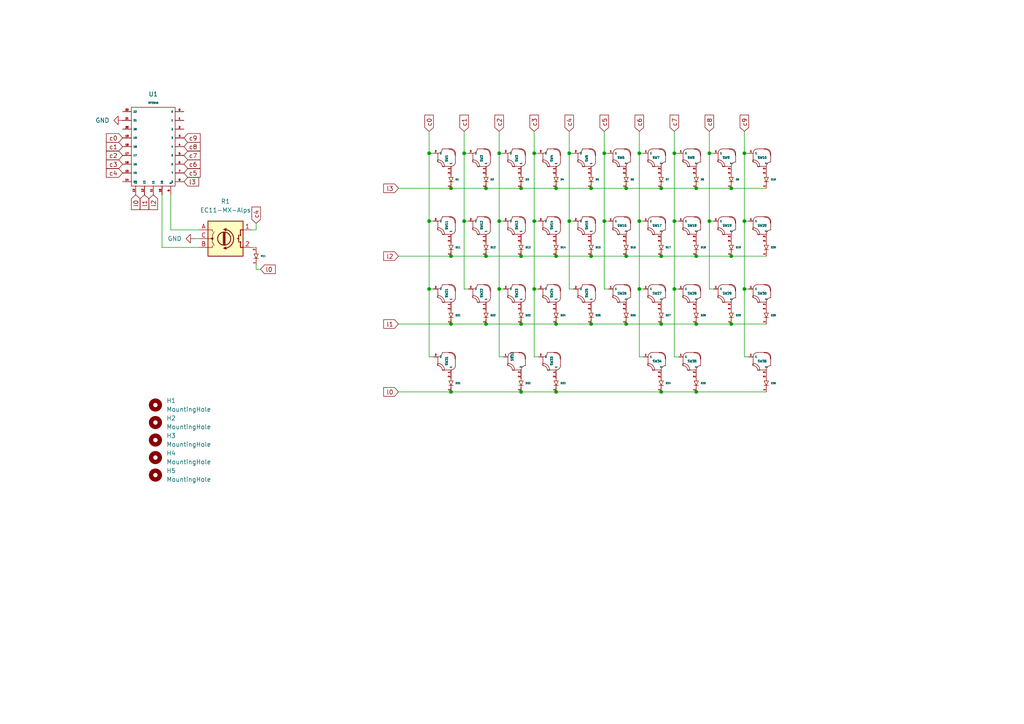
<source format=kicad_sch>
(kicad_sch (version 20211123) (generator eeschema)
  (paper "A4")
  (lib_symbols
    (symbol "Mechanical:MountingHole" (pin_names (offset 1.016))
      (property "Reference" "H" (at 0 5.08 0))
      (property "Value" "MountingHole" (at 0 3.175 0))
      (symbol "MountingHole_0_1"
        (circle (center 0 0) (radius 1.27) (stroke (width 1.27)))
      )
    )
    (symbol "keyb:Diode"
      (property "Reference" "D" (at -0.635 -1.27 0))
      (symbol "Diode_0_1"
        (polyline (pts (xy -1.27 0) (xy -0.635 0)))
        (polyline (pts (xy 0.635 0) (xy 1.27 0)))
        (polyline (pts (xy -0.635 0.635) (xy -0.635 -0.635) (xy -0.635 0)))
        (polyline (pts (xy -0.635 0) (xy 0.635 0.635) (xy 0.635 -0.635) (xy -0.635 0)) (fill (type background)))
      )
      (symbol "Diode_1_1"
        (pin bidirectional line (at -2.54 0 0) (length 1.27) (name "") (number "1"))
        (pin bidirectional line (at 2.54 0 180) (length 1.27) (name "") (number "2"))
      )
    )
    (symbol "keyb:EC11-MX-Alps" (pin_names (offset 0.254) hide)
      (property "Reference" "SW" (at 0 6.604 0))
      (property "Value" "EC11-MX-Alps" (at 0 -6.604 0))
      (symbol "EC11-MX-Alps_0_1"
        (rectangle (start -5.08 5.08) (end 5.08 -5.08) (stroke (width 0.254)) (fill (type background)))
        (circle (center -3.81 0) (radius 0.254) (fill (type outline)))
        (arc (start -0.381 -2.794) (mid 2.3622 -0.0508) (end -0.381 2.667) (stroke (width 0.254)))
        (circle (center -0.381 0) (radius 1.905) (stroke (width 0.254)))
        (polyline (pts (xy -0.635 -1.778) (xy -0.635 1.778)) (stroke (width 0.254)))
        (polyline (pts (xy -0.381 -1.778) (xy -0.381 1.778)) (stroke (width 0.254)))
        (polyline (pts (xy -0.127 1.778) (xy -0.127 -1.778)) (stroke (width 0.254)))
        (polyline (pts (xy 3.81 0) (xy 3.429 0)) (stroke (width 0.254)))
        (polyline (pts (xy 3.81 1.016) (xy 3.81 -1.016)) (stroke (width 0.254)))
        (polyline (pts (xy -5.08 -2.54) (xy -3.81 -2.54) (xy -3.81 -2.032)))
        (polyline (pts (xy -5.08 2.54) (xy -3.81 2.54) (xy -3.81 2.032)))
        (polyline (pts (xy 0.254 -3.048) (xy -0.508 -2.794) (xy 0.127 -2.413)) (stroke (width 0.254)))
        (polyline (pts (xy 0.254 2.921) (xy -0.508 2.667) (xy 0.127 2.286)) (stroke (width 0.254)))
        (polyline (pts (xy 5.08 -2.54) (xy 4.318 -2.54) (xy 4.318 -1.016)) (stroke (width 0.254)))
        (polyline (pts (xy 5.08 2.54) (xy 4.318 2.54) (xy 4.318 1.016)) (stroke (width 0.254)))
        (polyline (pts (xy -5.08 0) (xy -3.81 0) (xy -3.81 -1.016) (xy -3.302 -2.032)))
        (polyline (pts (xy -4.318 0) (xy -3.81 0) (xy -3.81 1.016) (xy -3.302 2.032)))
        (circle (center 4.318 -1.016) (radius 0.127) (stroke (width 0.254)))
        (circle (center 4.318 1.016) (radius 0.127) (stroke (width 0.254)))
      )
      (symbol "EC11-MX-Alps_1_1"
        (pin passive line (at 7.62 2.54 180) (length 2.54) (name "1") (number "1"))
        (pin passive line (at 7.62 -2.54 180) (length 2.54) (name "2") (number "2"))
        (pin passive line (at -7.62 2.54 0) (length 2.54) (name "A") (number "A"))
        (pin passive line (at -7.62 -2.54 0) (length 2.54) (name "B") (number "B"))
        (pin passive line (at -7.62 0 0) (length 2.54) (name "C") (number "C"))
      )
    )
    (symbol "keyb:RP2040"
      (property "Reference" "U" (at 0 1.27 0))
      (property "Value" "RP2040" (at 0 -2.54 0))
      (symbol "RP2040_0_1"
        (rectangle (start -6.35 11.43) (end 6.35 -11.43))
      )
      (symbol "RP2040_1_1"
        (pin bidirectional line (at 8.89 10.16 180) (length 2.54) (name "0") (number "0"))
        (pin bidirectional line (at 8.89 7.62 180) (length 2.54) (name "1") (number "1"))
        (pin bidirectional line (at 2.54 -13.97 90) (length 2.54) (name "10") (number "10"))
        (pin bidirectional line (at 0 -13.97 90) (length 2.54) (name "11") (number "11"))
        (pin bidirectional line (at -2.54 -13.97 90) (length 2.54) (name "12") (number "12"))
        (pin bidirectional line (at -5.08 -13.97 90) (length 2.54) (name "13") (number "13"))
        (pin bidirectional line (at -8.89 -10.16 0) (length 2.54) (name "14") (number "14"))
        (pin bidirectional line (at -8.89 -7.62 0) (length 2.54) (name "15") (number "15"))
        (pin bidirectional line (at -8.89 -5.08 0) (length 2.54) (name "16") (number "16"))
        (pin bidirectional line (at -8.89 -2.54 0) (length 2.54) (name "17") (number "17"))
        (pin bidirectional line (at -8.89 0 0) (length 2.54) (name "18") (number "18"))
        (pin bidirectional line (at -8.89 2.54 0) (length 2.54) (name "19") (number "19"))
        (pin bidirectional line (at 8.89 5.08 180) (length 2.54) (name "2") (number "2"))
        (pin bidirectional line (at -8.89 5.08 0) (length 2.54) (name "20") (number "20"))
        (pin bidirectional line (at -8.89 7.62 0) (length 2.54) (name "21") (number "21"))
        (pin bidirectional line (at -8.89 10.16 0) (length 2.54) (name "22") (number "22"))
        (pin bidirectional line (at 8.89 2.54 180) (length 2.54) (name "3") (number "3"))
        (pin bidirectional line (at 8.89 0 180) (length 2.54) (name "4") (number "4"))
        (pin bidirectional line (at 8.89 -2.54 180) (length 2.54) (name "5") (number "5"))
        (pin bidirectional line (at 8.89 -5.08 180) (length 2.54) (name "6") (number "6"))
        (pin bidirectional line (at 8.89 -7.62 180) (length 2.54) (name "7") (number "7"))
        (pin bidirectional line (at 8.89 -10.16 180) (length 2.54) (name "8") (number "8"))
        (pin bidirectional line (at 5.08 -13.97 90) (length 2.54) (name "9") (number "9"))
      )
    )
    (symbol "keyb:key"
      (property "Reference" "SW" (at 0 0 0))
      (symbol "key_0_1"
        (arc (start -2.54 -0.635) (mid -2.6715 -0.9525) (end -2.54 -1.27))
        (arc (start -1.27 -2.54) (mid -1.642 -1.642) (end -2.54 -1.27))
        (arc (start -1.27 -2.54) (mid -0.9525 -2.6715) (end -0.635 -2.54))
        (arc (start -1.27 2.54) (mid -2.168 2.168) (end -2.54 1.27))
        (arc (start -0.635 -2.54) (mid -1.1935 -1.1935) (end -2.54 -0.635))
        (polyline (pts (xy -2.54 -1.27) (xy -2.54 1.27)))
        (polyline (pts (xy -1.27 -2.54) (xy 1.27 -2.54)))
        (polyline (pts (xy 1.27 2.54) (xy -1.27 2.54)))
        (polyline (pts (xy 2.54 -1.27) (xy 2.54 1.27)))
        (arc (start 0.635 2.54) (mid 0.9525 1.7735) (end 1.27 2.54))
        (arc (start 2.54 -1.27) (mid 0.372 -0.372) (end 1.27 -2.54))
        (arc (start 2.54 0.635) (mid 3.887 3.887) (end 0.635 2.54))
        (arc (start 2.54 1.27) (mid 3.438 3.438) (end 1.27 2.54))
        (arc (start 2.54 1.27) (mid 1.7735 0.9525) (end 2.54 0.635))
      )
      (symbol "key_1_1"
        (pin bidirectional line (at -3.81 1.27 0) (length 1.27) (name "1") (number "1"))
        (pin bidirectional line (at 1.27 -3.81 90) (length 1.27) (name "2") (number "2"))
      )
    )
    (symbol "power:GND" (power) (pin_names (offset 0))
      (property "Value" "GND" (at 0 -3.81 0))
      (symbol "GND_0_1"
        (polyline (pts (xy 0 0) (xy 0 -1.27) (xy 1.27 -1.27) (xy 0 -2.54) (xy -1.27 -1.27) (xy 0 -1.27)))
      )
      (symbol "GND_1_1"
        (pin power_in line (at 0 0 270) (length 0) hide (name "GND") (number "1"))
      )
    )
  )
  (junction (at 215.9 44.45))
  (junction (at 144.78 44.45))
  (junction (at 181.61 93.98))
  (junction (at 130.81 113.665))
  (junction (at 140.97 54.61))
  (junction (at 191.77 113.665))
  (junction (at 161.29 113.665))
  (junction (at 175.26 44.45))
  (junction (at 171.45 93.98))
  (junction (at 215.9 64.135))
  (junction (at 201.93 74.295))
  (junction (at 151.13 93.98))
  (junction (at 124.46 83.82))
  (junction (at 154.94 64.135))
  (junction (at 205.74 64.135))
  (junction (at 165.1 44.45))
  (junction (at 191.77 54.61))
  (junction (at 181.61 54.61))
  (junction (at 130.81 93.98))
  (junction (at 201.93 93.98))
  (junction (at 140.97 74.295))
  (junction (at 140.97 93.98))
  (junction (at 171.45 74.295))
  (junction (at 191.77 93.98))
  (junction (at 161.29 74.295))
  (junction (at 191.77 74.295))
  (junction (at 134.62 44.45))
  (junction (at 212.09 74.295))
  (junction (at 144.78 64.135))
  (junction (at 154.94 44.45))
  (junction (at 195.58 44.45))
  (junction (at 151.13 54.61))
  (junction (at 144.78 83.82))
  (junction (at 171.45 54.61))
  (junction (at 195.58 64.135))
  (junction (at 185.42 44.45))
  (junction (at 195.58 83.82))
  (junction (at 151.13 74.295))
  (junction (at 161.29 93.98))
  (junction (at 201.93 54.61))
  (junction (at 181.61 74.295))
  (junction (at 161.29 54.61))
  (junction (at 130.81 54.61))
  (junction (at 134.62 64.135))
  (junction (at 201.93 113.665))
  (junction (at 165.1 64.135))
  (junction (at 124.46 64.135))
  (junction (at 215.9 83.82))
  (junction (at 185.42 83.82))
  (junction (at 151.13 113.665))
  (junction (at 175.26 64.135))
  (junction (at 212.09 54.61))
  (junction (at 185.42 64.135))
  (junction (at 205.74 44.45))
  (junction (at 212.09 93.98))
  (junction (at 154.94 83.82))
  (junction (at 130.81 74.295))
  (junction (at 124.46 44.45))
  (wire (pts (xy 175.26 38.1) (xy 175.26 44.45)))
  (wire (pts (xy 171.45 93.98) (xy 181.61 93.98)))
  (wire (pts (xy 140.97 54.61) (xy 151.13 54.61)))
  (wire (pts (xy 57.785 69.215) (xy 56.515 69.215)))
  (wire (pts (xy 215.9 44.45) (xy 217.17 44.45)))
  (wire (pts (xy 144.78 44.45) (xy 144.78 64.135)))
  (wire (pts (xy 175.26 44.45) (xy 175.26 64.135)))
  (wire (pts (xy 74.295 78.105) (xy 75.565 78.105)))
  (wire (pts (xy 151.13 93.98) (xy 161.29 93.98)))
  (wire (pts (xy 181.61 93.98) (xy 191.77 93.98)))
  (wire (pts (xy 215.9 64.135) (xy 215.9 83.82)))
  (wire (pts (xy 151.13 54.61) (xy 161.29 54.61)))
  (wire (pts (xy 161.29 54.61) (xy 171.45 54.61)))
  (wire (pts (xy 195.58 103.505) (xy 196.85 103.505)))
  (wire (pts (xy 134.62 44.45) (xy 134.62 64.135)))
  (wire (pts (xy 154.94 64.135) (xy 154.94 83.82)))
  (wire (pts (xy 130.81 74.295) (xy 115.57 74.295)))
  (wire (pts (xy 181.61 54.61) (xy 191.77 54.61)))
  (wire (pts (xy 205.74 64.135) (xy 207.01 64.135)))
  (wire (pts (xy 175.26 44.45) (xy 176.53 44.45)))
  (wire (pts (xy 212.09 93.98) (xy 222.25 93.98)))
  (wire (pts (xy 201.93 93.98) (xy 212.09 93.98)))
  (wire (pts (xy 161.29 93.98) (xy 171.45 93.98)))
  (wire (pts (xy 215.9 44.45) (xy 215.9 64.135)))
  (wire (pts (xy 154.94 103.505) (xy 156.21 103.505)))
  (wire (pts (xy 165.1 38.1) (xy 165.1 44.45)))
  (wire (pts (xy 161.29 74.295) (xy 151.13 74.295)))
  (wire (pts (xy 154.94 44.45) (xy 154.94 64.135)))
  (wire (pts (xy 151.13 113.665) (xy 161.29 113.665)))
  (wire (pts (xy 185.42 64.135) (xy 186.69 64.135)))
  (wire (pts (xy 212.09 54.61) (xy 222.25 54.61)))
  (wire (pts (xy 201.93 54.61) (xy 212.09 54.61)))
  (wire (pts (xy 165.1 83.82) (xy 166.37 83.82)))
  (wire (pts (xy 74.295 76.835) (xy 74.295 78.105)))
  (wire (pts (xy 57.785 71.755) (xy 46.99 71.755)))
  (wire (pts (xy 144.78 83.82) (xy 146.05 83.82)))
  (wire (pts (xy 49.53 66.675) (xy 57.785 66.675)))
  (wire (pts (xy 201.93 113.665) (xy 222.25 113.665)))
  (wire (pts (xy 175.26 64.135) (xy 176.53 64.135)))
  (wire (pts (xy 195.58 38.1) (xy 195.58 44.45)))
  (wire (pts (xy 130.81 54.61) (xy 140.97 54.61)))
  (wire (pts (xy 205.74 83.82) (xy 207.01 83.82)))
  (wire (pts (xy 195.58 64.135) (xy 196.85 64.135)))
  (wire (pts (xy 124.46 64.135) (xy 124.46 83.82)))
  (wire (pts (xy 175.26 64.135) (xy 175.26 83.82)))
  (wire (pts (xy 215.9 103.505) (xy 217.17 103.505)))
  (wire (pts (xy 215.9 64.135) (xy 217.17 64.135)))
  (wire (pts (xy 73.025 71.755) (xy 74.295 71.755)))
  (wire (pts (xy 140.97 93.98) (xy 151.13 93.98)))
  (wire (pts (xy 195.58 44.45) (xy 195.58 64.135)))
  (wire (pts (xy 215.9 83.82) (xy 215.9 103.505)))
  (wire (pts (xy 175.26 83.82) (xy 176.53 83.82)))
  (wire (pts (xy 73.025 66.675) (xy 74.295 66.675)))
  (wire (pts (xy 171.45 54.61) (xy 181.61 54.61)))
  (wire (pts (xy 124.46 64.135) (xy 125.73 64.135)))
  (wire (pts (xy 130.81 113.665) (xy 151.13 113.665)))
  (wire (pts (xy 124.46 38.1) (xy 124.46 44.45)))
  (wire (pts (xy 185.42 44.45) (xy 186.69 44.45)))
  (wire (pts (xy 215.9 83.82) (xy 217.17 83.82)))
  (wire (pts (xy 124.46 83.82) (xy 125.73 83.82)))
  (wire (pts (xy 140.97 74.295) (xy 130.81 74.295)))
  (wire (pts (xy 134.62 64.135) (xy 135.89 64.135)))
  (wire (pts (xy 205.74 44.45) (xy 207.01 44.45)))
  (wire (pts (xy 144.78 103.505) (xy 146.05 103.505)))
  (wire (pts (xy 144.78 38.1) (xy 144.78 44.45)))
  (wire (pts (xy 171.45 74.295) (xy 161.29 74.295)))
  (wire (pts (xy 185.42 38.1) (xy 185.42 44.45)))
  (wire (pts (xy 205.74 44.45) (xy 205.74 64.135)))
  (wire (pts (xy 165.1 64.135) (xy 166.37 64.135)))
  (wire (pts (xy 205.74 38.1) (xy 205.74 44.45)))
  (wire (pts (xy 74.295 64.77) (xy 74.295 66.675)))
  (wire (pts (xy 201.93 74.295) (xy 191.77 74.295)))
  (wire (pts (xy 115.57 113.665) (xy 130.81 113.665)))
  (wire (pts (xy 215.9 38.1) (xy 215.9 44.45)))
  (wire (pts (xy 134.62 83.82) (xy 135.89 83.82)))
  (wire (pts (xy 154.94 83.82) (xy 156.21 83.82)))
  (wire (pts (xy 185.42 44.45) (xy 185.42 64.135)))
  (wire (pts (xy 134.62 44.45) (xy 135.89 44.45)))
  (wire (pts (xy 124.46 44.45) (xy 124.46 64.135)))
  (wire (pts (xy 130.81 93.98) (xy 115.57 93.98)))
  (wire (pts (xy 185.42 83.82) (xy 186.69 83.82)))
  (wire (pts (xy 124.46 103.505) (xy 125.73 103.505)))
  (wire (pts (xy 46.99 71.755) (xy 46.99 56.515)))
  (wire (pts (xy 115.57 54.61) (xy 130.81 54.61)))
  (wire (pts (xy 191.77 74.295) (xy 181.61 74.295)))
  (wire (pts (xy 134.62 64.135) (xy 134.62 83.82)))
  (wire (pts (xy 195.58 83.82) (xy 195.58 103.505)))
  (wire (pts (xy 191.77 113.665) (xy 201.93 113.665)))
  (wire (pts (xy 144.78 44.45) (xy 146.05 44.45)))
  (wire (pts (xy 154.94 83.82) (xy 154.94 103.505)))
  (wire (pts (xy 134.62 38.1) (xy 134.62 44.45)))
  (wire (pts (xy 205.74 64.135) (xy 205.74 83.82)))
  (wire (pts (xy 195.58 64.135) (xy 195.58 83.82)))
  (wire (pts (xy 144.78 64.135) (xy 146.05 64.135)))
  (wire (pts (xy 195.58 83.82) (xy 196.85 83.82)))
  (wire (pts (xy 151.13 74.295) (xy 140.97 74.295)))
  (wire (pts (xy 195.58 44.45) (xy 196.85 44.45)))
  (wire (pts (xy 124.46 44.45) (xy 125.73 44.45)))
  (wire (pts (xy 185.42 64.135) (xy 185.42 83.82)))
  (wire (pts (xy 185.42 103.505) (xy 186.69 103.505)))
  (wire (pts (xy 165.1 44.45) (xy 166.37 44.45)))
  (wire (pts (xy 212.09 74.295) (xy 201.93 74.295)))
  (wire (pts (xy 161.29 113.665) (xy 191.77 113.665)))
  (wire (pts (xy 185.42 83.82) (xy 185.42 103.505)))
  (wire (pts (xy 124.46 83.82) (xy 124.46 103.505)))
  (wire (pts (xy 181.61 74.295) (xy 171.45 74.295)))
  (wire (pts (xy 140.97 93.98) (xy 130.81 93.98)))
  (wire (pts (xy 191.77 93.98) (xy 201.93 93.98)))
  (wire (pts (xy 154.94 64.135) (xy 156.21 64.135)))
  (wire (pts (xy 165.1 44.45) (xy 165.1 64.135)))
  (wire (pts (xy 165.1 64.135) (xy 165.1 83.82)))
  (wire (pts (xy 154.94 38.1) (xy 154.94 44.45)))
  (wire (pts (xy 191.77 54.61) (xy 201.93 54.61)))
  (wire (pts (xy 144.78 64.135) (xy 144.78 83.82)))
  (wire (pts (xy 222.25 74.295) (xy 212.09 74.295)))
  (wire (pts (xy 144.78 83.82) (xy 144.78 103.505)))
  (wire (pts (xy 49.53 56.515) (xy 49.53 66.675)))
  (wire (pts (xy 154.94 44.45) (xy 156.21 44.45)))
  (global_label "c4" (shape input) (at 165.1 38.1 90) (property "Références Inter-Feuilles" "${INTERSHEET_REFS}" (effects hide)))
  (global_label "c6" (shape input) (at 53.34 47.625 0) (property "Références Inter-Feuilles" "${INTERSHEET_REFS}" (effects hide)))
  (global_label "c1" (shape input) (at 134.62 38.1 90) (property "Références Inter-Feuilles" "${INTERSHEET_REFS}" (effects hide)))
  (global_label "c7" (shape input) (at 53.34 45.085 0) (property "Références Inter-Feuilles" "${INTERSHEET_REFS}" (effects hide)))
  (global_label "l3" (shape input) (at 115.57 54.61 180) (property "Références Inter-Feuilles" "${INTERSHEET_REFS}" (effects hide)))
  (global_label "c8" (shape input) (at 53.34 42.545 0) (property "Références Inter-Feuilles" "${INTERSHEET_REFS}" (effects hide)))
  (global_label "c7" (shape input) (at 195.58 38.1 90) (property "Références Inter-Feuilles" "${INTERSHEET_REFS}" (effects hide)))
  (global_label "l0" (shape input) (at 115.57 113.665 180) (property "Références Inter-Feuilles" "${INTERSHEET_REFS}" (effects hide)))
  (global_label "c2" (shape input) (at 35.56 45.085 180) (property "Références Inter-Feuilles" "${INTERSHEET_REFS}" (effects hide)))
  (global_label "c9" (shape input) (at 53.34 40.005 0) (property "Références Inter-Feuilles" "${INTERSHEET_REFS}" (effects hide)))
  (global_label "c0" (shape input) (at 35.56 40.005 180) (property "Références Inter-Feuilles" "${INTERSHEET_REFS}" (effects hide)))
  (global_label "c5" (shape input) (at 175.26 38.1 90) (property "Références Inter-Feuilles" "${INTERSHEET_REFS}" (effects hide)))
  (global_label "l0" (shape input) (at 39.37 56.515 270) (property "Références Inter-Feuilles" "${INTERSHEET_REFS}" (effects hide)))
  (global_label "l1" (shape input) (at 115.57 93.98 180) (property "Références Inter-Feuilles" "${INTERSHEET_REFS}" (effects hide)))
  (global_label "c4" (shape input) (at 35.56 50.165 180) (property "Références Inter-Feuilles" "${INTERSHEET_REFS}" (effects hide)))
  (global_label "c0" (shape input) (at 124.46 38.1 90) (property "Références Inter-Feuilles" "${INTERSHEET_REFS}" (effects hide)))
  (global_label "c6" (shape input) (at 185.42 38.1 90) (property "Références Inter-Feuilles" "${INTERSHEET_REFS}" (effects hide)))
  (global_label "l1" (shape input) (at 41.91 56.515 270) (property "Références Inter-Feuilles" "${INTERSHEET_REFS}" (effects hide)))
  (global_label "l3" (shape input) (at 53.34 52.705 0) (property "Références Inter-Feuilles" "${INTERSHEET_REFS}" (effects hide)))
  (global_label "l2" (shape input) (at 115.57 74.295 180) (property "Références Inter-Feuilles" "${INTERSHEET_REFS}" (effects hide)))
  (global_label "c9" (shape input) (at 215.9 38.1 90) (property "Références Inter-Feuilles" "${INTERSHEET_REFS}" (effects hide)))
  (global_label "c8" (shape input) (at 205.74 38.1 90) (property "Références Inter-Feuilles" "${INTERSHEET_REFS}" (effects hide)))
  (global_label "c5" (shape input) (at 53.34 50.165 0) (property "Références Inter-Feuilles" "${INTERSHEET_REFS}" (effects hide)))
  (global_label "c4" (shape input) (at 74.295 64.77 90) (property "Références Inter-Feuilles" "${INTERSHEET_REFS}" (effects hide)))
  (global_label "c3" (shape input) (at 154.94 38.1 90) (property "Références Inter-Feuilles" "${INTERSHEET_REFS}" (effects hide)))
  (global_label "c3" (shape input) (at 35.56 47.625 180) (property "Références Inter-Feuilles" "${INTERSHEET_REFS}" (effects hide)))
  (global_label "c2" (shape input) (at 144.78 38.1 90) (property "Références Inter-Feuilles" "${INTERSHEET_REFS}" (effects hide)))
  (global_label "c1" (shape input) (at 35.56 42.545 180) (property "Références Inter-Feuilles" "${INTERSHEET_REFS}" (effects hide)))
  (global_label "l0" (shape input) (at 75.565 78.105 0) (property "Références Inter-Feuilles" "${INTERSHEET_REFS}" (effects hide)))
  (global_label "l2" (shape input) (at 44.45 56.515 270) (property "Références Inter-Feuilles" "${INTERSHEET_REFS}" (effects hide)))
  (symbol (lib_id "Mechanical:MountingHole") (at 45.085 117.475 0) (unit 1)
    (property "Reference" "H1" (at 48.26 116.2049 0) (effects (justify left)))
    (property "Value" "MountingHole" (at 48.26 118.7449 0) (effects (justify left)))
    (property "Footprint" "MountingHole:MountingHole_2.2mm_M2" (effects hide))
  )
  (symbol (lib_id "keyb:key") (at 170.18 85.09 270) (mirror x) (unit 1)
    (property "Reference" "SW25" (at 170.18 86.36 0) (effects (font (size 0.65 0.65)) (justify left)))
    (property "Value" "key" (effects hide))
    (property "Footprint" "keyb-libs:MX-5pin" (effects hide))
  )
  (symbol (lib_id "keyb:key") (at 139.7 45.72 270) (mirror x) (unit 1)
    (property "Reference" "SW2" (at 139.7 46.99 0) (effects (font (size 0.65 0.65)) (justify left)))
    (property "Value" "key" (effects hide))
    (property "Footprint" "keyb-libs:MX-5pin" (effects hide))
  )
  (symbol (lib_id "keyb:Diode") (at 140.97 91.44 90) (unit 1)
    (property "Reference" "D22" (at 142.24 91.44 90) (effects (font (size 0.5 0.5)) (justify right)))
    (property "Value" "Diode" (effects hide))
    (property "Footprint" "keyb-libs:Diode" (effects hide))
  )
  (symbol (lib_id "keyb:key") (at 190.5 104.775 0) (unit 1)
    (property "Reference" "SW34" (at 189.23 104.775 0) (effects (font (size 0.65 0.65)) (justify left)))
    (property "Value" "key" (effects hide))
    (property "Footprint" "keyb-libs:MX-5pin_stab_copy" (effects hide))
  )
  (symbol (lib_id "keyb:Diode") (at 140.97 52.07 90) (unit 1)
    (property "Reference" "D2" (at 142.24 52.07 90) (effects (font (size 0.5 0.5)) (justify right)))
    (property "Value" "Diode" (effects hide))
    (property "Footprint" "keyb-libs:Diode" (effects hide))
  )
  (symbol (lib_id "keyb:Diode") (at 171.45 71.755 90) (unit 1)
    (property "Reference" "D15" (at 172.72 71.755 90) (effects (font (size 0.5 0.5)) (justify right)))
    (property "Value" "Diode" (effects hide))
    (property "Footprint" "keyb-libs:Diode" (effects hide))
  )
  (symbol (lib_id "keyb:Diode") (at 201.93 111.125 90) (unit 1)
    (property "Reference" "D35" (at 203.2 111.125 90) (effects (font (size 0.5 0.5)) (justify right)))
    (property "Value" "Diode" (effects hide))
    (property "Footprint" "keyb-libs:Diode" (effects hide))
  )
  (symbol (lib_id "keyb:Diode") (at 130.81 71.755 90) (unit 1)
    (property "Reference" "D11" (at 132.08 71.755 90) (effects (font (size 0.5 0.5)) (justify right)))
    (property "Value" "Diode" (effects hide))
    (property "Footprint" "keyb-libs:Diode" (effects hide))
  )
  (symbol (lib_id "keyb:Diode") (at 212.09 52.07 90) (unit 1)
    (property "Reference" "D9" (at 213.36 52.07 90) (effects (font (size 0.5 0.5)) (justify right)))
    (property "Value" "Diode" (effects hide))
    (property "Footprint" "keyb-libs:Diode" (effects hide))
  )
  (symbol (lib_id "keyb:Diode") (at 222.25 71.755 90) (unit 1)
    (property "Reference" "D20" (at 223.52 71.755 90) (effects (font (size 0.5 0.5)) (justify right)))
    (property "Value" "Diode" (effects hide))
    (property "Footprint" "keyb-libs:Diode" (effects hide))
  )
  (symbol (lib_id "keyb:key") (at 160.02 45.72 270) (mirror x) (unit 1)
    (property "Reference" "SW4" (at 160.02 46.99 0) (effects (font (size 0.65 0.65)) (justify left)))
    (property "Value" "key" (effects hide))
    (property "Footprint" "keyb-libs:MX-5pin" (effects hide))
  )
  (symbol (lib_id "keyb:key") (at 170.18 45.72 270) (mirror x) (unit 1)
    (property "Reference" "SW5" (at 170.18 46.99 0) (effects (font (size 0.65 0.65)) (justify left)))
    (property "Value" "key" (effects hide))
    (property "Footprint" "keyb-libs:MX-5pin" (effects hide))
  )
  (symbol (lib_id "keyb:Diode") (at 222.25 91.44 90) (unit 1)
    (property "Reference" "D30" (at 223.52 91.44 90) (effects (font (size 0.5 0.5)) (justify right)))
    (property "Value" "Diode" (effects hide))
    (property "Footprint" "keyb-libs:Diode" (effects hide))
  )
  (symbol (lib_id "keyb:Diode") (at 140.97 71.755 90) (unit 1)
    (property "Reference" "D12" (at 142.24 71.755 90) (effects (font (size 0.5 0.5)) (justify right)))
    (property "Value" "Diode" (effects hide))
    (property "Footprint" "keyb-libs:Diode" (effects hide))
  )
  (symbol (lib_id "keyb:Diode") (at 161.29 91.44 90) (unit 1)
    (property "Reference" "D24" (at 162.56 91.44 90) (effects (font (size 0.5 0.5)) (justify right)))
    (property "Value" "Diode" (effects hide))
    (property "Footprint" "keyb-libs:Diode" (effects hide))
  )
  (symbol (lib_id "keyb:EC11-MX-Alps") (at 65.405 69.215 0) (unit 1)
    (property "Reference" "R1" (at 65.405 58.42 0))
    (property "Value" "EC11-MX-Alps" (at 65.405 60.96 0))
    (property "Footprint" "keyb-libs:RotaryEncoder_EC11" (effects hide))
  )
  (symbol (lib_id "Mechanical:MountingHole") (at 45.085 122.555 0) (unit 1)
    (property "Reference" "H2" (at 48.26 121.2849 0) (effects (justify left)))
    (property "Value" "MountingHole" (at 48.26 123.8249 0) (effects (justify left)))
    (property "Footprint" "MountingHole:MountingHole_2.2mm_M2" (effects hide))
  )
  (symbol (lib_id "keyb:key") (at 220.98 65.405 0) (unit 1)
    (property "Reference" "SW20" (at 219.71 65.405 0) (effects (font (size 0.65 0.65)) (justify left)))
    (property "Value" "key" (effects hide))
    (property "Footprint" "keyb-libs:MX-5pin" (effects hide))
  )
  (symbol (lib_id "keyb:key") (at 200.66 85.09 0) (unit 1)
    (property "Reference" "SW28" (at 199.39 85.09 0) (effects (font (size 0.65 0.65)) (justify left)))
    (property "Value" "key" (effects hide))
    (property "Footprint" "keyb-libs:MX-5pin" (effects hide))
  )
  (symbol (lib_id "keyb:key") (at 180.34 65.405 0) (unit 1)
    (property "Reference" "SW16" (at 179.07 65.405 0) (effects (font (size 0.65 0.65)) (justify left)))
    (property "Value" "key" (effects hide))
    (property "Footprint" "keyb-libs:MX-5pin" (effects hide))
  )
  (symbol (lib_id "keyb:Diode") (at 222.25 111.125 90) (unit 1)
    (property "Reference" "D36" (at 223.52 111.125 90) (effects (font (size 0.5 0.5)) (justify right)))
    (property "Value" "Diode" (effects hide))
    (property "Footprint" "keyb-libs:Diode" (effects hide))
  )
  (symbol (lib_id "keyb:key") (at 180.34 85.09 0) (unit 1)
    (property "Reference" "SW26" (at 179.07 85.09 0) (effects (font (size 0.65 0.65)) (justify left)))
    (property "Value" "key" (effects hide))
    (property "Footprint" "keyb-libs:MX-5pin" (effects hide))
  )
  (symbol (lib_id "keyb:key") (at 149.86 85.09 270) (mirror x) (unit 1)
    (property "Reference" "SW23" (at 149.86 86.36 0) (effects (font (size 0.65 0.65)) (justify left)))
    (property "Value" "key" (effects hide))
    (property "Footprint" "keyb-libs:MX-5pin" (effects hide))
  )
  (symbol (lib_id "keyb:Diode") (at 130.81 91.44 90) (unit 1)
    (property "Reference" "D21" (at 132.08 91.44 90) (effects (font (size 0.5 0.5)) (justify right)))
    (property "Value" "Diode" (effects hide))
    (property "Footprint" "keyb-libs:Diode" (effects hide))
  )
  (symbol (lib_id "keyb:key") (at 149.86 104.775 0) (unit 1)
    (property "Reference" "SW32" (at 148.59 104.775 90) (effects (font (size 0.65 0.65)) (justify left)))
    (property "Value" "key" (effects hide))
    (property "Footprint" "keyb-libs:MX-5pin" (effects hide))
  )
  (symbol (lib_id "keyb:key") (at 139.7 65.405 270) (mirror x) (unit 1)
    (property "Reference" "SW12" (at 139.7 66.675 0) (effects (font (size 0.65 0.65)) (justify left)))
    (property "Value" "key" (effects hide))
    (property "Footprint" "keyb-libs:MX-5pin" (effects hide))
  )
  (symbol (lib_id "keyb:key") (at 200.66 65.405 0) (unit 1)
    (property "Reference" "SW18" (at 199.39 65.405 0) (effects (font (size 0.65 0.65)) (justify left)))
    (property "Value" "key" (effects hide))
    (property "Footprint" "keyb-libs:MX-5pin" (effects hide))
  )
  (symbol (lib_id "keyb:Diode") (at 201.93 52.07 90) (unit 1)
    (property "Reference" "D8" (at 203.2 52.07 90) (effects (font (size 0.5 0.5)) (justify right)))
    (property "Value" "Diode" (effects hide))
    (property "Footprint" "keyb-libs:Diode" (effects hide))
  )
  (symbol (lib_id "keyb:Diode") (at 191.77 52.07 90) (unit 1)
    (property "Reference" "D7" (at 193.04 52.07 90) (effects (font (size 0.5 0.5)) (justify right)))
    (property "Value" "Diode" (effects hide))
    (property "Footprint" "keyb-libs:Diode" (effects hide))
  )
  (symbol (lib_id "keyb:Diode") (at 191.77 71.755 90) (unit 1)
    (property "Reference" "D17" (at 193.04 71.755 90) (effects (font (size 0.5 0.5)) (justify right)))
    (property "Value" "Diode" (effects hide))
    (property "Footprint" "keyb-libs:Diode" (effects hide))
  )
  (symbol (lib_id "keyb:Diode") (at 171.45 52.07 90) (unit 1)
    (property "Reference" "D5" (at 172.72 52.07 90) (effects (font (size 0.5 0.5)) (justify right)))
    (property "Value" "Diode" (effects hide))
    (property "Footprint" "keyb-libs:Diode" (effects hide))
  )
  (symbol (lib_id "keyb:key") (at 210.82 65.405 0) (unit 1)
    (property "Reference" "SW19" (at 209.55 65.405 0) (effects (font (size 0.65 0.65)) (justify left)))
    (property "Value" "key" (effects hide))
    (property "Footprint" "keyb-libs:MX-5pin" (effects hide))
  )
  (symbol (lib_id "keyb:Diode") (at 191.77 111.125 90) (unit 1)
    (property "Reference" "D34" (at 193.04 111.125 90) (effects (font (size 0.5 0.5)) (justify right)))
    (property "Value" "Diode" (effects hide))
    (property "Footprint" "keyb-libs:Diode" (effects hide))
  )
  (symbol (lib_id "keyb:key") (at 129.54 85.09 270) (mirror x) (unit 1)
    (property "Reference" "SW21" (at 129.54 86.36 0) (effects (font (size 0.65 0.65)) (justify left)))
    (property "Value" "key" (effects hide))
    (property "Footprint" "keyb-libs:MX-5pin" (effects hide))
  )
  (symbol (lib_id "keyb:Diode") (at 181.61 91.44 90) (unit 1)
    (property "Reference" "D26" (at 182.88 91.44 90) (effects (font (size 0.5 0.5)) (justify right)))
    (property "Value" "Diode" (effects hide))
    (property "Footprint" "keyb-libs:Diode" (effects hide))
  )
  (symbol (lib_id "keyb:key") (at 129.54 104.775 270) (mirror x) (unit 1)
    (property "Reference" "SW31" (at 129.54 106.045 0) (effects (font (size 0.65 0.65)) (justify left)))
    (property "Value" "key" (effects hide))
    (property "Footprint" "keyb-libs:MX-5pin" (effects hide))
  )
  (symbol (lib_id "keyb:Diode") (at 161.29 111.125 90) (unit 1)
    (property "Reference" "D33" (at 162.56 111.125 90) (effects (font (size 0.5 0.5)) (justify right)))
    (property "Value" "Diode" (effects hide))
    (property "Footprint" "keyb-libs:Diode" (effects hide))
  )
  (symbol (lib_id "keyb:Diode") (at 171.45 91.44 90) (unit 1)
    (property "Reference" "D25" (at 172.72 91.44 90) (effects (font (size 0.5 0.5)) (justify right)))
    (property "Value" "Diode" (effects hide))
    (property "Footprint" "keyb-libs:Diode" (effects hide))
  )
  (symbol (lib_id "keyb:Diode") (at 151.13 111.125 90) (unit 1)
    (property "Reference" "D32" (at 152.4 111.125 90) (effects (font (size 0.5 0.5)) (justify right)))
    (property "Value" "Diode" (effects hide))
    (property "Footprint" "keyb-libs:Diode" (effects hide))
  )
  (symbol (lib_id "Mechanical:MountingHole") (at 45.085 127.635 0) (unit 1)
    (property "Reference" "H3" (at 48.26 126.3649 0) (effects (justify left)))
    (property "Value" "MountingHole" (at 48.26 128.9049 0) (effects (justify left)))
    (property "Footprint" "MountingHole:MountingHole_2.2mm_M2" (effects hide))
  )
  (symbol (lib_id "keyb:key") (at 170.18 65.405 270) (mirror x) (unit 1)
    (property "Reference" "SW15" (at 170.18 66.675 0) (effects (font (size 0.65 0.65)) (justify left)))
    (property "Value" "key" (effects hide))
    (property "Footprint" "keyb-libs:MX-5pin" (effects hide))
  )
  (symbol (lib_id "keyb:key") (at 160.02 104.775 270) (mirror x) (unit 1)
    (property "Reference" "SW33" (at 160.02 106.045 0) (effects (font (size 0.65 0.65)) (justify left)))
    (property "Value" "key" (effects hide))
    (property "Footprint" "keyb-libs:MX-5pin_stab_copy" (effects hide))
  )
  (symbol (lib_id "keyb:Diode") (at 151.13 91.44 90) (unit 1)
    (property "Reference" "D23" (at 152.4 91.44 90) (effects (font (size 0.5 0.5)) (justify right)))
    (property "Value" "Diode" (effects hide))
    (property "Footprint" "keyb-libs:Diode" (effects hide))
  )
  (symbol (lib_id "keyb:key") (at 160.02 65.405 270) (mirror x) (unit 1)
    (property "Reference" "SW14" (at 160.02 66.675 0) (effects (font (size 0.65 0.65)) (justify left)))
    (property "Value" "key" (effects hide))
    (property "Footprint" "keyb-libs:MX-5pin" (effects hide))
  )
  (symbol (lib_id "keyb:Diode") (at 201.93 71.755 90) (unit 1)
    (property "Reference" "D18" (at 203.2 71.755 90) (effects (font (size 0.5 0.5)) (justify right)))
    (property "Value" "Diode" (effects hide))
    (property "Footprint" "keyb-libs:Diode" (effects hide))
  )
  (symbol (lib_id "keyb:key") (at 190.5 45.72 0) (unit 1)
    (property "Reference" "SW7" (at 189.23 45.72 0) (effects (font (size 0.65 0.65)) (justify left)))
    (property "Value" "key" (effects hide))
    (property "Footprint" "keyb-libs:MX-5pin" (effects hide))
  )
  (symbol (lib_id "keyb:key") (at 220.98 85.09 0) (unit 1)
    (property "Reference" "SW30" (at 219.71 85.09 0) (effects (font (size 0.65 0.65)) (justify left)))
    (property "Value" "key" (effects hide))
    (property "Footprint" "keyb-libs:MX-5pin" (effects hide))
  )
  (symbol (lib_id "keyb:Diode") (at 181.61 71.755 90) (unit 1)
    (property "Reference" "D16" (at 182.88 71.755 90) (effects (font (size 0.5 0.5)) (justify right)))
    (property "Value" "Diode" (effects hide))
    (property "Footprint" "keyb-libs:Diode" (effects hide))
  )
  (symbol (lib_id "keyb:Diode") (at 191.77 91.44 90) (unit 1)
    (property "Reference" "D27" (at 193.04 91.44 90) (effects (font (size 0.5 0.5)) (justify right)))
    (property "Value" "Diode" (effects hide))
    (property "Footprint" "keyb-libs:Diode" (effects hide))
  )
  (symbol (lib_id "keyb:key") (at 190.5 65.405 0) (unit 1)
    (property "Reference" "SW17" (at 189.23 65.405 0) (effects (font (size 0.65 0.65)) (justify left)))
    (property "Value" "key" (effects hide))
    (property "Footprint" "keyb-libs:MX-5pin" (effects hide))
  )
  (symbol (lib_id "keyb:key") (at 200.66 104.775 0) (unit 1)
    (property "Reference" "SW35" (at 199.39 104.775 0) (effects (font (size 0.65 0.65)) (justify left)))
    (property "Value" "key" (effects hide))
    (property "Footprint" "keyb-libs:MX-5pin" (effects hide))
  )
  (symbol (lib_id "keyb:key") (at 210.82 85.09 0) (unit 1)
    (property "Reference" "SW29" (at 209.55 85.09 0) (effects (font (size 0.65 0.65)) (justify left)))
    (property "Value" "key" (effects hide))
    (property "Footprint" "keyb-libs:MX-5pin" (effects hide))
  )
  (symbol (lib_id "Mechanical:MountingHole") (at 45.085 132.715 0) (unit 1)
    (property "Reference" "H4" (at 48.26 131.4449 0) (effects (justify left)))
    (property "Value" "MountingHole" (at 48.26 133.9849 0) (effects (justify left)))
    (property "Footprint" "MountingHole:MountingHole_2.2mm_M2" (effects hide))
  )
  (symbol (lib_id "keyb:Diode") (at 161.29 71.755 90) (unit 1)
    (property "Reference" "D14" (at 162.56 71.755 90) (effects (font (size 0.5 0.5)) (justify right)))
    (property "Value" "Diode" (effects hide))
    (property "Footprint" "keyb-libs:Diode" (effects hide))
  )
  (symbol (lib_id "keyb:Diode") (at 161.29 52.07 90) (unit 1)
    (property "Reference" "D4" (at 162.56 52.07 90) (effects (font (size 0.5 0.5)) (justify right)))
    (property "Value" "Diode" (effects hide))
    (property "Footprint" "keyb-libs:Diode" (effects hide))
  )
  (symbol (lib_id "keyb:key") (at 149.86 45.72 270) (mirror x) (unit 1)
    (property "Reference" "SW3" (at 149.86 46.99 0) (effects (font (size 0.65 0.65)) (justify left)))
    (property "Value" "key" (effects hide))
    (property "Footprint" "keyb-libs:MX-5pin" (effects hide))
  )
  (symbol (lib_id "keyb:Diode") (at 181.61 52.07 90) (unit 1)
    (property "Reference" "D6" (at 182.88 52.07 90) (effects (font (size 0.5 0.5)) (justify right)))
    (property "Value" "Diode" (effects hide))
    (property "Footprint" "keyb-libs:Diode" (effects hide))
  )
  (symbol (lib_id "keyb:key") (at 149.86 65.405 270) (mirror x) (unit 1)
    (property "Reference" "SW13" (at 149.86 66.675 0) (effects (font (size 0.65 0.65)) (justify left)))
    (property "Value" "key" (effects hide))
    (property "Footprint" "keyb-libs:MX-5pin" (effects hide))
  )
  (symbol (lib_id "keyb:key") (at 180.34 45.72 0) (unit 1)
    (property "Reference" "SW6" (at 179.07 45.72 0) (effects (font (size 0.65 0.65)) (justify left)))
    (property "Value" "key" (effects hide))
    (property "Footprint" "keyb-libs:MX-5pin" (effects hide))
  )
  (symbol (lib_id "power:GND") (at 35.56 34.925 270) (unit 1)
    (property "Reference" "#PWR01" (effects hide))
    (property "Value" "GND" (at 31.75 34.9249 90) (effects (justify right)))
  )
  (symbol (lib_id "keyb:Diode") (at 212.09 71.755 90) (unit 1)
    (property "Reference" "D19" (at 213.36 71.755 90) (effects (font (size 0.5 0.5)) (justify right)))
    (property "Value" "Diode" (effects hide))
    (property "Footprint" "keyb-libs:Diode" (effects hide))
  )
  (symbol (lib_id "keyb:Diode") (at 74.295 74.295 90) (unit 1)
    (property "Reference" "RD1" (at 75.565 74.295 90) (effects (font (size 0.5 0.5)) (justify right)))
    (property "Value" "Diode" (effects hide))
    (property "Footprint" "keyb-libs:Diode" (effects hide))
  )
  (symbol (lib_id "keyb:key") (at 129.54 45.72 270) (mirror x) (unit 1)
    (property "Reference" "SW1" (at 129.54 46.99 0) (effects (font (size 0.65 0.65)) (justify left)))
    (property "Value" "key" (effects hide))
    (property "Footprint" "keyb-libs:MX-5pin" (effects hide))
  )
  (symbol (lib_id "power:GND") (at 56.515 69.215 270) (unit 1)
    (property "Reference" "#PWR02" (effects hide))
    (property "Value" "GND" (at 52.705 69.2149 90) (effects (justify right)))
  )
  (symbol (lib_id "keyb:key") (at 200.66 45.72 0) (unit 1)
    (property "Reference" "SW8" (at 199.39 45.72 0) (effects (font (size 0.65 0.65)) (justify left)))
    (property "Value" "key" (effects hide))
    (property "Footprint" "keyb-libs:MX-5pin" (effects hide))
  )
  (symbol (lib_id "keyb:key") (at 220.98 45.72 0) (unit 1)
    (property "Reference" "SW10" (at 219.71 45.72 0) (effects (font (size 0.65 0.65)) (justify left)))
    (property "Value" "key" (effects hide))
    (property "Footprint" "keyb-libs:MX-5pin" (effects hide))
  )
  (symbol (lib_id "keyb:Diode") (at 151.13 52.07 90) (unit 1)
    (property "Reference" "D3" (at 152.4 52.07 90) (effects (font (size 0.5 0.5)) (justify right)))
    (property "Value" "Diode" (effects hide))
    (property "Footprint" "keyb-libs:Diode" (effects hide))
  )
  (symbol (lib_id "keyb:RP2040") (at 44.45 42.545 0) (unit 1)
    (property "Reference" "U1" (at 44.45 27.305 0))
    (property "Value" "RP2040" (at 44.45 29.845 0) (effects (font (size 0.5 0.5))))
    (property "Footprint" "keyb-libs:RP2040" (effects hide))
  )
  (symbol (lib_id "keyb:key") (at 190.5 85.09 0) (unit 1)
    (property "Reference" "SW27" (at 189.23 85.09 0) (effects (font (size 0.65 0.65)) (justify left)))
    (property "Value" "key" (effects hide))
    (property "Footprint" "keyb-libs:MX-5pin" (effects hide))
  )
  (symbol (lib_id "keyb:key") (at 220.98 104.775 0) (unit 1)
    (property "Reference" "SW36" (at 219.71 104.775 0) (effects (font (size 0.65 0.65)) (justify left)))
    (property "Value" "key" (effects hide))
    (property "Footprint" "keyb-libs:MX-5pin" (effects hide))
  )
  (symbol (lib_id "keyb:key") (at 129.54 65.405 270) (mirror x) (unit 1)
    (property "Reference" "SW11" (at 129.54 66.675 0) (effects (font (size 0.65 0.65)) (justify left)))
    (property "Value" "key" (effects hide))
    (property "Footprint" "keyb-libs:MX-5pin" (effects hide))
  )
  (symbol (lib_id "keyb:Diode") (at 212.09 91.44 90) (unit 1)
    (property "Reference" "D29" (at 213.36 91.44 90) (effects (font (size 0.5 0.5)) (justify right)))
    (property "Value" "Diode" (effects hide))
    (property "Footprint" "keyb-libs:Diode" (effects hide))
  )
  (symbol (lib_id "Mechanical:MountingHole") (at 45.085 137.795 0) (unit 1)
    (property "Reference" "H5" (at 48.26 136.5249 0) (effects (justify left)))
    (property "Value" "MountingHole" (at 48.26 139.0649 0) (effects (justify left)))
    (property "Footprint" "MountingHole:MountingHole_2.2mm_M2" (effects hide))
  )
  (symbol (lib_id "keyb:Diode") (at 130.81 52.07 90) (unit 1)
    (property "Reference" "D1" (at 132.08 52.07 90) (effects (font (size 0.5 0.5)) (justify right)))
    (property "Value" "Diode" (effects hide))
    (property "Footprint" "keyb-libs:Diode" (effects hide))
  )
  (symbol (lib_id "keyb:key") (at 160.02 85.09 270) (mirror x) (unit 1)
    (property "Reference" "SW24" (at 160.02 86.36 0) (effects (font (size 0.65 0.65)) (justify left)))
    (property "Value" "key" (effects hide))
    (property "Footprint" "keyb-libs:MX-5pin" (effects hide))
  )
  (symbol (lib_id "keyb:key") (at 210.82 45.72 0) (unit 1)
    (property "Reference" "SW9" (at 209.55 45.72 0) (effects (font (size 0.65 0.65)) (justify left)))
    (property "Value" "key" (effects hide))
    (property "Footprint" "keyb-libs:MX-5pin" (effects hide))
  )
  (symbol (lib_id "keyb:Diode") (at 201.93 91.44 90) (unit 1)
    (property "Reference" "D28" (at 203.2 91.44 90) (effects (font (size 0.5 0.5)) (justify right)))
    (property "Value" "Diode" (effects hide))
    (property "Footprint" "keyb-libs:Diode" (effects hide))
  )
  (symbol (lib_id "keyb:Diode") (at 130.81 111.125 90) (unit 1)
    (property "Reference" "D31" (at 132.08 111.125 90) (effects (font (size 0.5 0.5)) (justify right)))
    (property "Value" "Diode" (effects hide))
    (property "Footprint" "keyb-libs:Diode" (effects hide))
  )
  (symbol (lib_id "keyb:key") (at 139.7 85.09 270) (mirror x) (unit 1)
    (property "Reference" "SW22" (at 139.7 86.36 0) (effects (font (size 0.65 0.65)) (justify left)))
    (property "Value" "key" (effects hide))
    (property "Footprint" "keyb-libs:MX-5pin" (effects hide))
  )
  (symbol (lib_id "keyb:Diode") (at 151.13 71.755 90) (unit 1)
    (property "Reference" "D13" (at 152.4 71.755 90) (effects (font (size 0.5 0.5)) (justify right)))
    (property "Value" "Diode" (effects hide))
    (property "Footprint" "keyb-libs:Diode" (effects hide))
  )
  (symbol (lib_id "keyb:Diode") (at 222.25 52.07 90) (unit 1)
    (property "Reference" "D10" (at 223.52 52.07 90) (effects (font (size 0.5 0.5)) (justify right)))
    (property "Value" "Diode" (effects hide))
    (property "Footprint" "keyb-libs:Diode" (effects hide))
  )
)
</source>
